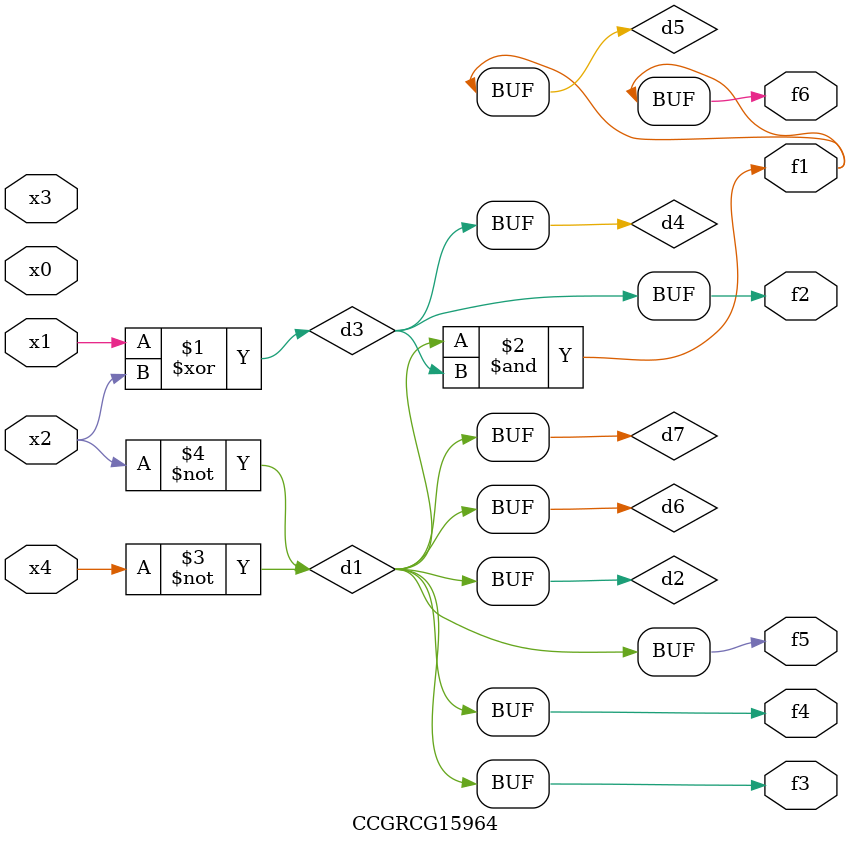
<source format=v>
module CCGRCG15964(
	input x0, x1, x2, x3, x4,
	output f1, f2, f3, f4, f5, f6
);

	wire d1, d2, d3, d4, d5, d6, d7;

	not (d1, x4);
	not (d2, x2);
	xor (d3, x1, x2);
	buf (d4, d3);
	and (d5, d1, d3);
	buf (d6, d1, d2);
	buf (d7, d2);
	assign f1 = d5;
	assign f2 = d4;
	assign f3 = d7;
	assign f4 = d7;
	assign f5 = d7;
	assign f6 = d5;
endmodule

</source>
